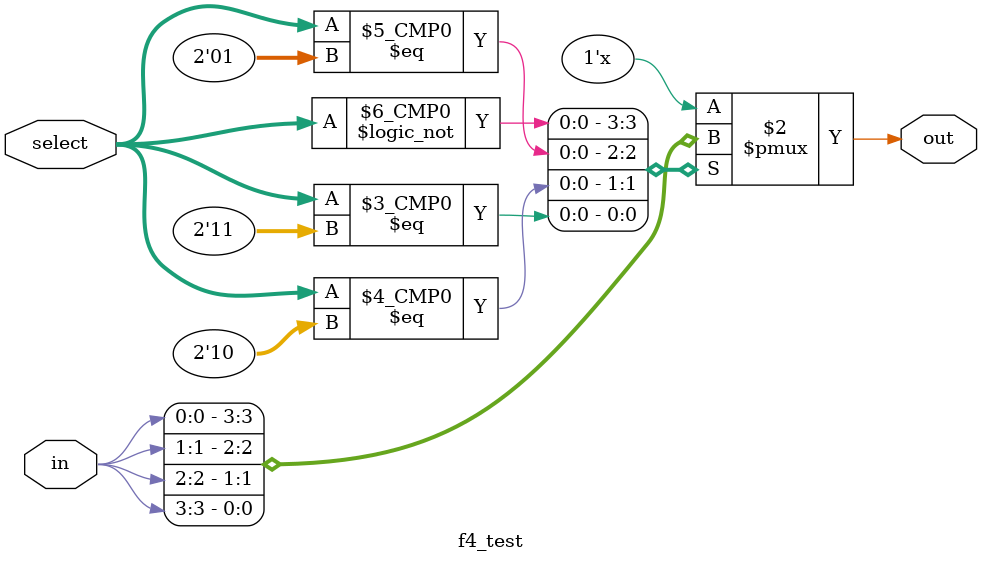
<source format=v>
module f4_test(input [3:0] in, input [1:0] select, output reg out);
always @( in or select)
    case (select)
	    0: out = in[0];
	    1: out = in[1];
	    2: out = in[2];
	    3: out = in[3];
	endcase
endmodule
</source>
